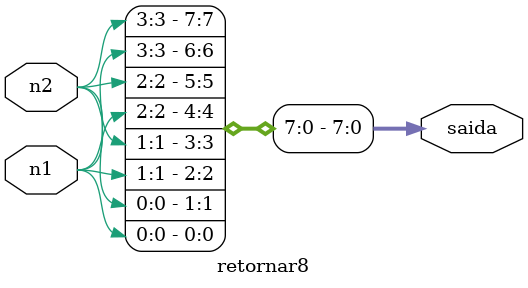
<source format=v>
module retornar8(n1, n2, saida);
	input [3:0] n1, n2;
	output [8:0] saida;
	
	wire N10, N11, N12, N13;
	not (N13, n1[3]);
	not (N12, n1[2]);
	not (N11, n1[1]);
	not (N10, n1[0]);
	
	wire N20, N21, N22, N23;
	not (N23, n2[3]);
	not (N22, n2[2]);
	not (N21, n2[1]);
	not (N20, n2[0]);
	
	
	// ==================================
	not (saida[0], N10);
	not (saida[1], N20);
	not (saida[2], N11);
	not (saida[3], N21);
	not (saida[4], N12);
	not (saida[5], N22);
	not (saida[6], N13);
	not (saida[7], N23);
	
	
endmodule 

</source>
